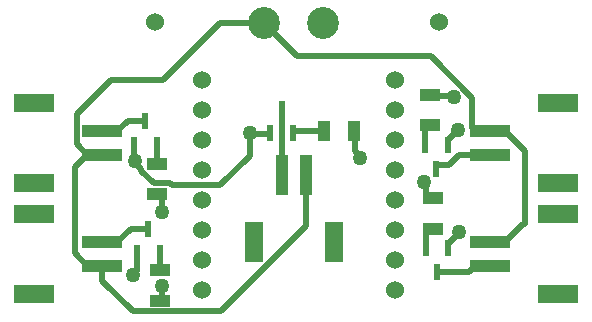
<source format=gbl>
G04*
G04 #@! TF.GenerationSoftware,Altium Limited,Altium Designer,22.2.1 (43)*
G04*
G04 Layer_Physical_Order=2*
G04 Layer_Color=16711680*
%FSLAX24Y24*%
%MOIN*%
G70*
G04*
G04 #@! TF.SameCoordinates,757E67FC-675A-4625-AC2D-E40298A33DAC*
G04*
G04*
G04 #@! TF.FilePolarity,Positive*
G04*
G01*
G75*
%ADD17C,0.0200*%
%ADD20C,0.0600*%
%ADD21C,0.1063*%
%ADD22C,0.0500*%
%ADD23R,0.0591X0.1339*%
%ADD24R,0.0394X0.1378*%
%ADD25R,0.0413X0.0709*%
%ADD26R,0.0709X0.0413*%
%ADD27R,0.0220X0.0520*%
%ADD28R,0.1339X0.0591*%
%ADD29R,0.1378X0.0394*%
D17*
X8350Y9800D02*
X9450Y8700D01*
X13916D02*
X15303Y7313D01*
X9450Y8700D02*
X13916D01*
X7900Y6100D02*
X8560D01*
X8570Y6110D01*
X7875Y5375D02*
Y6125D01*
X8570Y6110D02*
Y6150D01*
X6900Y4400D02*
X7875Y5375D01*
X4950Y598D02*
Y1045D01*
X4900Y548D02*
X4950Y598D01*
X4249Y4880D02*
X4674Y4455D01*
X5216D01*
X5271Y4400D01*
X6900D01*
X4843Y4098D02*
X4950Y3991D01*
Y3500D02*
Y3991D01*
X3976Y191D02*
X6919D01*
X9750Y3022D02*
Y4750D01*
X6919Y191D02*
X9750Y3022D01*
X2958Y1209D02*
X3976Y191D01*
X2958Y1209D02*
Y1706D01*
X13700Y4500D02*
X13746Y4454D01*
Y4059D02*
Y4454D01*
X13852Y3952D02*
X14148D01*
X13746Y4059D02*
X13852Y3952D01*
X6900Y9800D02*
X8350D01*
X4249Y4880D02*
Y4920D01*
X4050Y5119D02*
X4249Y4920D01*
X4050Y5119D02*
Y5200D01*
X14850Y2800D02*
Y2850D01*
X14500Y2300D02*
Y2450D01*
X14850Y2800D01*
X15303Y6291D02*
Y7313D01*
Y6291D02*
X15400Y6194D01*
X15892D01*
X2466Y5406D02*
X2466D01*
X2466Y5406D01*
X2119Y5753D02*
X2466Y5406D01*
X5000Y7900D02*
X6900Y9800D01*
X3250Y7900D02*
X5000D01*
X2119Y6769D02*
X3250Y7900D01*
X2119Y5753D02*
Y6769D01*
X2466Y5406D02*
X2958D01*
X14674Y7376D02*
X14700Y7350D01*
X13926Y7376D02*
X14674D01*
X13900Y7402D02*
X13926Y7376D01*
X8956Y4756D02*
Y6944D01*
Y4756D02*
X8963Y4750D01*
X8950Y6950D02*
X8956Y6944D01*
X9330Y6150D02*
Y6190D01*
X9340Y6200D02*
X10348D01*
X9330Y6190D02*
X9340Y6200D01*
X11386Y5546D02*
Y6166D01*
X11352Y6200D02*
X11386Y6166D01*
Y5546D02*
X11550Y5381D01*
Y5300D02*
Y5381D01*
X4020Y5230D02*
X4050Y5200D01*
X4020Y5230D02*
Y5750D01*
X4000Y1400D02*
X4120Y1520D01*
X2050Y2122D02*
X2466Y1706D01*
X2050Y4990D02*
X2466Y5406D01*
Y1706D02*
X2958D01*
X2050Y2122D02*
Y4990D01*
X4120Y1520D02*
Y2150D01*
X14480Y5900D02*
X14830Y6250D01*
X14480Y5750D02*
Y5900D01*
X15892Y2494D02*
X16384D01*
X16990Y3100D01*
X17050D01*
Y5528D01*
X15892Y6194D02*
X16384D01*
X17050Y5528D01*
X4780Y5600D02*
X4800Y5580D01*
X4780Y5600D02*
Y5750D01*
X4800Y5102D02*
Y5580D01*
X4880Y1572D02*
X4900Y1552D01*
X4880Y1572D02*
Y2150D01*
X13746Y2841D02*
X13852Y2948D01*
X13746Y2306D02*
Y2841D01*
X13740Y2300D02*
X13746Y2306D01*
X13852Y2948D02*
X14000D01*
X13720Y6291D02*
X13827Y6398D01*
X13900D01*
X13720Y5750D02*
Y6291D01*
X14100Y5052D02*
X14110Y5062D01*
X14100Y4950D02*
Y5052D01*
X14855Y5406D02*
X15892D01*
X14510Y5062D02*
X14855Y5406D01*
X14110Y5062D02*
X14510D01*
X15193Y1500D02*
X15400Y1706D01*
X14120Y1500D02*
X15193D01*
X15400Y1706D02*
X15892D01*
X2958Y2494D02*
X3450D01*
X3907Y2950D02*
X4500D01*
X3450Y2494D02*
X3907Y2950D01*
X3807Y6550D02*
X4400D01*
X3450Y6194D02*
X3807Y6550D01*
X2958Y6194D02*
X3450D01*
D20*
X12716Y900D02*
D03*
Y1900D02*
D03*
Y2900D02*
D03*
Y3900D02*
D03*
Y4900D02*
D03*
Y5900D02*
D03*
Y6900D02*
D03*
Y7900D02*
D03*
X6284D02*
D03*
Y6900D02*
D03*
Y5900D02*
D03*
Y3900D02*
D03*
Y2900D02*
D03*
Y1900D02*
D03*
Y900D02*
D03*
Y4900D02*
D03*
X14173Y9843D02*
D03*
X4724D02*
D03*
D21*
X8350Y9800D02*
D03*
X10318D02*
D03*
D22*
X7875Y6125D02*
D03*
X4950Y1045D02*
D03*
Y3500D02*
D03*
X13700Y4500D02*
D03*
X14850Y2850D02*
D03*
X14700Y7350D02*
D03*
X11550Y5300D02*
D03*
X4000Y1400D02*
D03*
X4050Y5200D02*
D03*
X14830Y6250D02*
D03*
D23*
X8037Y2486D02*
D03*
X10675D02*
D03*
D24*
X8963Y4750D02*
D03*
X9750D02*
D03*
D25*
X10348Y6200D02*
D03*
X11352D02*
D03*
D26*
X13900Y6398D02*
D03*
Y7402D02*
D03*
X14000Y2948D02*
D03*
Y3952D02*
D03*
X4800Y5102D02*
D03*
Y4098D02*
D03*
X4900Y1552D02*
D03*
Y548D02*
D03*
D27*
X8950Y6950D02*
D03*
X8570Y6150D02*
D03*
X9330D02*
D03*
X14100Y4950D02*
D03*
X14480Y5750D02*
D03*
X13720D02*
D03*
X14120Y1500D02*
D03*
X14500Y2300D02*
D03*
X13740D02*
D03*
X4400Y6550D02*
D03*
X4020Y5750D02*
D03*
X4780D02*
D03*
X4500Y2950D02*
D03*
X4120Y2150D02*
D03*
X4880D02*
D03*
D28*
X18156Y4481D02*
D03*
Y7119D02*
D03*
Y781D02*
D03*
Y3419D02*
D03*
X694Y7119D02*
D03*
Y4481D02*
D03*
Y3419D02*
D03*
Y781D02*
D03*
D29*
X15892Y5406D02*
D03*
Y6194D02*
D03*
Y1706D02*
D03*
Y2494D02*
D03*
X2958Y6194D02*
D03*
Y5406D02*
D03*
Y2494D02*
D03*
Y1706D02*
D03*
M02*

</source>
